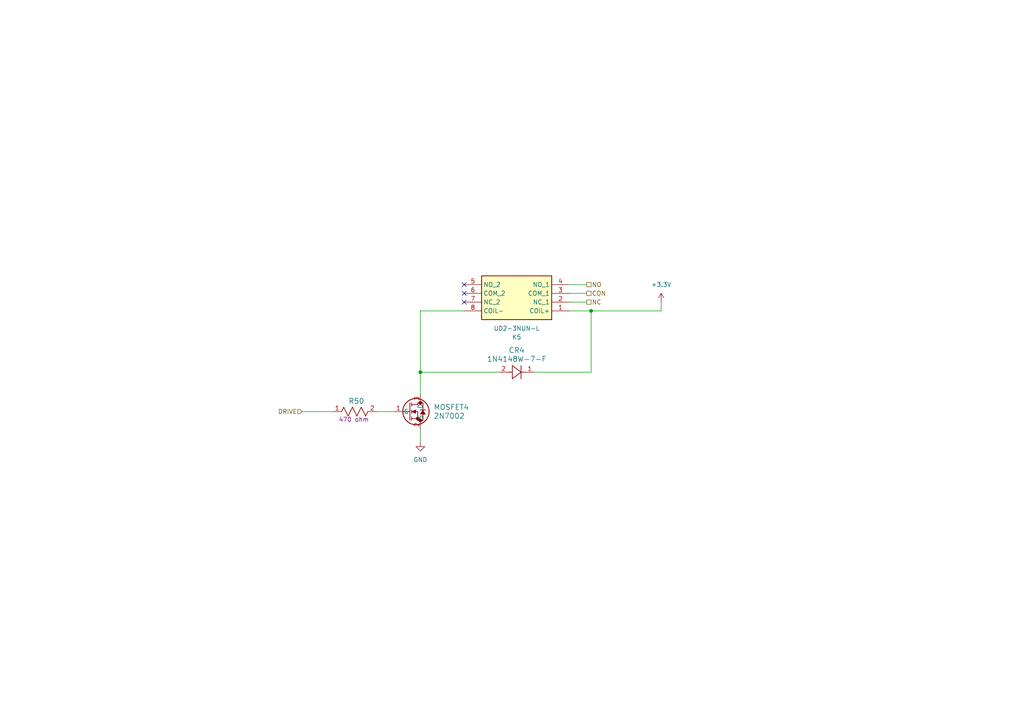
<source format=kicad_sch>
(kicad_sch (version 20250114) (generator "eeschema") (generator_version "9.0")
  (paper "A4")
  (lib_symbols
    (symbol "2025-04-05_21-56-13:RC0402FR-07820RL" (pin_names (offset 0.254))
      (property "Reference" "R" (at 5.715 3.81 0))
      (property "Value" "RC0402FR-07820RL" (at 6.35 -3.81 0))
      (symbol "RC0402FR-07820RL_1_1"
        (polyline (pts (xy 2.54 0) (xy 3.175 1.27)) (stroke (width 0.2032)))
        (polyline (pts (xy 3.175 1.27) (xy 4.445 -1.27)) (stroke (width 0.2032)))
        (polyline (pts (xy 4.445 -1.27) (xy 5.715 1.27)) (stroke (width 0.2032)))
        (polyline (pts (xy 5.715 1.27) (xy 6.985 -1.27)) (stroke (width 0.2032)))
        (polyline (pts (xy 6.985 -1.27) (xy 8.255 1.27)) (stroke (width 0.2032)))
        (polyline (pts (xy 8.255 1.27) (xy 9.525 -1.27)) (stroke (width 0.2032)))
        (polyline (pts (xy 9.525 -1.27) (xy 10.16 0)) (stroke (width 0.2032)))
        (pin unspecified line (at 0 0 0) (length 2.54) (name "") (number "1"))
        (pin unspecified line (at 12.7 0 180) (length 2.54) (name "") (number "2"))
      )
      (symbol "RC0402FR-07820RL_1_2"
        (polyline (pts (xy -1.27 8.255) (xy 1.27 9.525)) (stroke (width 0.2032)))
        (polyline (pts (xy -1.27 5.715) (xy 1.27 6.985)) (stroke (width 0.2032)))
        (polyline (pts (xy -1.27 3.175) (xy 1.27 4.445)) (stroke (width 0.2032)))
        (polyline (pts (xy 0 2.54) (xy -1.27 3.175)) (stroke (width 0.2032)))
        (polyline (pts (xy 1.27 9.525) (xy 0 10.16)) (stroke (width 0.2032)))
        (polyline (pts (xy 1.27 6.985) (xy -1.27 8.255)) (stroke (width 0.2032)))
        (polyline (pts (xy 1.27 4.445) (xy -1.27 5.715)) (stroke (width 0.2032)))
        (pin unspecified line (at 0 12.7 270) (length 2.54) (name "") (number "1"))
        (pin unspecified line (at 0 0 90) (length 2.54) (name "") (number "2"))
      )
    )
    (symbol "2025-06-22_15-52-55:2N7002" (pin_names (offset 0.254))
      (property "Reference" "MOSFET" (at 11.43 1.905 0))
      (property "Value" "2N7002" (at 11.43 -2.54 0))
      (symbol "2N7002_0_1"
        (polyline (pts (xy 2.54 0) (xy 4.445 0)) (stroke (width 0.2032)))
        (polyline (pts (xy 4.572 -2.54) (xy 4.572 2.54)) (stroke (width 0.2032)))
        (polyline (pts (xy 5.08 2.032) (xy 6.858 2.032)) (stroke (width 0.2032)))
        (polyline (pts (xy 5.08 1.524) (xy 5.08 2.54)) (stroke (width 0.2032)))
        (polyline (pts (xy 5.08 -0.508) (xy 5.08 0.508)) (stroke (width 0.2032)))
        (polyline (pts (xy 5.08 -2.032) (xy 6.858 -2.032)) (stroke (width 0.2032)))
        (polyline (pts (xy 5.08 -2.54) (xy 5.08 -1.524)) (stroke (width 0.2032)))
        (polyline (pts (xy 6.35 0.508) (xy 5.08 0) (xy 6.35 -0.508)) (fill (type outline)))
        (polyline (pts (xy 6.35 0) (xy 6.858 0)) (stroke (width 0.2032)))
        (circle (center 6.35 0) (radius 3.81) (stroke (width 0.254)))
        (polyline (pts (xy 6.858 2.54) (xy 8.382 2.54)) (stroke (width 0.2032)))
        (polyline (pts (xy 6.858 2.032) (xy 6.858 2.54)) (stroke (width 0.2032)))
        (circle (center 6.858 -2.032) (radius 0.0254) (stroke (width 0.508)))
        (polyline (pts (xy 6.858 -2.54) (xy 6.858 0)) (stroke (width 0.2032)))
        (polyline (pts (xy 6.858 -2.54) (xy 8.382 -2.54)) (stroke (width 0.2032)))
        (circle (center 7.62 2.54) (radius 0.0254) (stroke (width 0.508)))
        (circle (center 7.62 -2.54) (radius 0.0254) (stroke (width 0.508)))
        (polyline (pts (xy 8.382 0.508) (xy 8.382 2.54)) (stroke (width 0.2032)))
        (polyline (pts (xy 8.382 -2.54) (xy 8.382 -0.762)) (stroke (width 0.2032)))
        (polyline (pts (xy 9.144 0.508) (xy 7.62 0.508)) (stroke (width 0.2032)))
        (polyline (pts (xy 9.144 -0.762) (xy 7.62 -0.762) (xy 8.382 0.508)) (fill (type outline)))
        (pin unspecified line (at 0 0 0) (length 2.54) (name "G") (number "1"))
        (pin unspecified line (at 7.62 5.08 270) (length 2.54) (name "D") (number "3"))
        (pin unspecified line (at 7.62 -5.08 90) (length 2.54) (name "S") (number "2"))
      )
    )
    (symbol "2025-06-22_15-58-35:1N4148W-7-F" (pin_names (offset 0.254))
      (property "Reference" "CR" (at 5.08 4.445 0))
      (property "Value" "1N4148W-7-F" (at 5.08 -3.81 0))
      (symbol "1N4148W-7-F_1_1"
        (polyline (pts (xy 2.54 0) (xy 3.4798 0)) (stroke (width 0.2032)))
        (polyline (pts (xy 3.175 0) (xy 3.81 0)) (stroke (width 0.2032)))
        (polyline (pts (xy 3.81 1.905) (xy 3.81 -1.905)) (stroke (width 0.2032)))
        (polyline (pts (xy 3.81 -1.905) (xy 6.35 0)) (stroke (width 0.2032)))
        (polyline (pts (xy 6.35 0) (xy 3.81 1.905)) (stroke (width 0.2032)))
        (polyline (pts (xy 6.35 0) (xy 7.62 0)) (stroke (width 0.2032)))
        (polyline (pts (xy 6.35 -1.905) (xy 6.35 1.905)) (stroke (width 0.2032)))
        (pin unspecified line (at 0 0 0) (length 2.54) (name "") (number "2"))
        (pin unspecified line (at 10.16 0 180) (length 2.54) (name "") (number "1"))
      )
      (symbol "1N4148W-7-F_1_2"
        (polyline (pts (xy -1.905 3.81) (xy 1.905 3.81)) (stroke (width 0.2032)))
        (polyline (pts (xy 0 6.35) (xy -1.905 3.81)) (stroke (width 0.2032)))
        (polyline (pts (xy 0 6.35) (xy 0 7.62)) (stroke (width 0.2032)))
        (polyline (pts (xy 0 3.175) (xy 0 3.81)) (stroke (width 0.2032)))
        (polyline (pts (xy 0 2.54) (xy 0 3.4798)) (stroke (width 0.2032)))
        (polyline (pts (xy 1.905 6.35) (xy -1.905 6.35)) (stroke (width 0.2032)))
        (polyline (pts (xy 1.905 3.81) (xy 0 6.35)) (stroke (width 0.2032)))
        (pin unspecified line (at 0 10.16 270) (length 2.54) (name "") (number "1"))
        (pin unspecified line (at 0 0 90) (length 2.54) (name "") (number "2"))
      )
    )
    (symbol "UD2-3NUN-L:UD2-3NUN-L"
      (property "Reference" "K" (at 26.67 7.62 0))
      (property "Value" "UD2-3NUN-L" (at 26.67 5.08 0))
      (symbol "UD2-3NUN-L_1_1"
        (rectangle (start 5.08 2.54) (end 25.4 -10.16) (stroke (width 0.254)) (fill (type background)))
        (pin passive line (at 0 0 0) (length 5.08) (name "COIL+") (number "1"))
        (pin passive line (at 0 -2.54 0) (length 5.08) (name "NC_1") (number "2"))
        (pin passive line (at 0 -5.08 0) (length 5.08) (name "COM_1") (number "3"))
        (pin passive line (at 0 -7.62 0) (length 5.08) (name "NO_1") (number "4"))
        (pin passive line (at 30.48 0 180) (length 5.08) (name "COIL-") (number "8"))
        (pin passive line (at 30.48 -2.54 180) (length 5.08) (name "NC_2") (number "7"))
        (pin passive line (at 30.48 -5.08 180) (length 5.08) (name "COM_2") (number "6"))
        (pin passive line (at 30.48 -7.62 180) (length 5.08) (name "NO_2") (number "5"))
      )
    )
    (symbol "power:+3.3V" (power) (pin_numbers (hide yes)) (pin_names (offset 0) (hide yes))
      (property "Value" "+3.3V" (at 0 3.556 0))
      (symbol "+3.3V_0_1"
        (polyline (pts (xy -0.762 1.27) (xy 0 2.54)))
        (polyline (pts (xy 0 2.54) (xy 0.762 1.27)))
        (polyline (pts (xy 0 0) (xy 0 2.54)))
      )
      (symbol "+3.3V_1_1"
        (pin power_in line (at 0 0 90) (length 0) (name "~") (number "1"))
      )
    )
    (symbol "power:GND" (power) (pin_numbers (hide yes)) (pin_names (offset 0) (hide yes))
      (property "Value" "GND" (at 0 -3.81 0))
      (symbol "GND_0_1"
        (polyline (pts (xy 0 0) (xy 0 -1.27) (xy 1.27 -1.27) (xy 0 -2.54) (xy -1.27 -1.27) (xy 0 -1.27)))
      )
      (symbol "GND_1_1"
        (pin power_in line (at 0 0 270) (length 0) (name "~") (number "1"))
      )
    )
  )
  (junction (at 121.92 107.95))
  (junction (at 171.45 90.17))
  (no_connect (at 134.62 82.55))
  (no_connect (at 134.62 87.63))
  (no_connect (at 134.62 85.09))
  (wire (pts (xy 144.78 107.95) (xy 121.92 107.95)))
  (wire (pts (xy 121.92 90.17) (xy 134.62 90.17)))
  (wire (pts (xy 165.1 85.09) (xy 170.18 85.09)))
  (wire (pts (xy 121.92 124.46) (xy 121.92 128.27)))
  (wire (pts (xy 121.92 107.95) (xy 121.92 114.3)))
  (wire (pts (xy 121.92 90.17) (xy 121.92 107.95)))
  (wire (pts (xy 165.1 87.63) (xy 170.18 87.63)))
  (wire (pts (xy 191.77 87.63) (xy 191.77 90.17)))
  (wire (pts (xy 87.63 119.38) (xy 96.52 119.38)))
  (wire (pts (xy 191.77 90.17) (xy 171.45 90.17)))
  (wire (pts (xy 171.45 107.95) (xy 171.45 90.17)))
  (wire (pts (xy 165.1 82.55) (xy 170.18 82.55)))
  (wire (pts (xy 154.94 107.95) (xy 171.45 107.95)))
  (wire (pts (xy 109.22 119.38) (xy 114.3 119.38)))
  (wire (pts (xy 171.45 90.17) (xy 165.1 90.17)))
  (hierarchical_label "NC" (shape passive) (at 170.18 87.63 0))
  (hierarchical_label "DRIVE" (shape input) (at 87.63 119.38 180))
  (hierarchical_label "NO" (shape passive) (at 170.18 82.55 0))
  (hierarchical_label "CON" (shape passive) (at 170.18 85.09 0))
  (symbol (lib_id "2025-06-22_15-52-55:2N7002") (at 114.3 119.38 0) (unit 1)
    (property "Reference" "MOSFET?" (at 125.73 118.1099 0) (effects (font (size 1.524 1.524)) (justify left)))
    (property "Value" "2N7002" (at 125.73 120.6499 0) (effects (font (size 1.524 1.524)) (justify left)))
    (property "Footprint" "SOT-23TO-236_318-08_ONS" (effects (hide yes)))
    (property "Datasheet" "2N7002" (effects (hide yes)))
    (instances (project "ThermSupport" (path "" (reference "MOSFET4") (unit 1)) (path "" (reference "MOSFET3") (unit 1)) (path "" (reference "MOSFET?") (unit 1)) (path "" (reference "MOSFET5") (unit 1)) (path "" (reference "MOSFET2") (unit 1)) (path "" (reference "MOSFET6") (unit 1))))
  )
  (symbol (lib_id "UD2-3NUN-L:UD2-3NUN-L") (at 165.1 90.17 180) (unit 1)
    (property "Reference" "K?" (at 149.86 97.79 0))
    (property "Value" "UD2-3NUN-L" (at 149.86 95.25 0))
    (property "Footprint" "UD23NUNL" (effects (hide yes)))
    (property "Datasheet" "https://content.kemet.com/datasheets/KEM_R7005_UC2_UD2.pdf" (effects (hide yes)))
    (property "Description" "KEMET, UD2, Relays, Signal, 3 V, 220 V, 250 VAC, 1 A, 100 mOhms, 1 GOhms, 10.6mm, 6.5mm, 6mm" (effects (hide yes)))
    (property "Height" "6" (effects (hide yes)))
    (property "Mouser Part Number" "80-UD2-3NUN-L" (effects (hide yes)))
    (property "Mouser Price/Stock" "https://www.mouser.co.uk/ProductDetail/KEMET/UD2-3NUN-L?qs=Mg2Do3ryY8vvp%2Ff1QhaKig%3D%3D" (effects (hide yes)))
    (property "Manufacturer_Name" "KEMET" (effects (hide yes)))
    (property "Manufacturer_Part_Number" "UD2-3NUN-L" (effects (hide yes)))
    (instances (project "ThermSupport" (path "" (reference "K5") (unit 1)) (path "" (reference "K4") (unit 1)) (path "" (reference "K?") (unit 1)) (path "" (reference "K6") (unit 1)) (path "" (reference "K3") (unit 1)) (path "" (reference "K7") (unit 1))))
  )
  (symbol (lib_id "power:+3.3V") (at 191.77 87.63 0) (unit 1)
    (property "Reference" "#PWR?" (effects (hide yes)))
    (property "Value" "+3.3V" (at 191.77 82.55 0))
    (property "Description" "Power symbol creates a global label with name \"+3.3V\"" (effects (hide yes)))
    (instances (project "ThermSupport" (path "" (reference "#PWR046") (unit 1)) (path "" (reference "#PWR044") (unit 1)) (path "" (reference "#PWR?") (unit 1)) (path "" (reference "#PWR048") (unit 1)) (path "" (reference "#PWR042") (unit 1)) (path "" (reference "#PWR050") (unit 1))))
  )
  (symbol (lib_id "2025-06-22_15-58-35:1N4148W-7-F") (at 144.78 107.95 0) (unit 1)
    (property "Reference" "CR?" (at 149.86 101.6 0) (effects (font (size 1.524 1.524))))
    (property "Value" "1N4148W-7-F" (at 149.86 104.14 0) (effects (font (size 1.524 1.524))))
    (property "Footprint" "SOD123_DIO" (effects (hide yes)))
    (property "Datasheet" "1N4148W-7-F" (effects (hide yes)))
    (instances (project "ThermSupport" (path "" (reference "CR4") (unit 1)) (path "" (reference "CR3") (unit 1)) (path "" (reference "CR?") (unit 1)) (path "" (reference "CR5") (unit 1)) (path "" (reference "CR2") (unit 1)) (path "" (reference "CR6") (unit 1))))
  )
  (symbol (lib_id "power:GND") (at 121.92 128.27 0) (unit 1)
    (property "Reference" "#PWR?" (effects (hide yes)))
    (property "Value" "GND" (at 121.92 133.35 0))
    (property "Description" "Power symbol creates a global label with name \"GND\" , ground" (effects (hide yes)))
    (instances (project "ThermSupport" (path "" (reference "#PWR045") (unit 1)) (path "" (reference "#PWR043") (unit 1)) (path "" (reference "#PWR?") (unit 1)) (path "" (reference "#PWR047") (unit 1)) (path "" (reference "#PWR041") (unit 1)) (path "" (reference "#PWR049") (unit 1))))
  )
  (symbol (lib_id "2025-04-05_21-56-13:RC0402FR-07820RL") (at 96.52 119.38 0) (unit 1)
    (property "Reference" "R47" (at 103.378 116.332 0) (effects (font (size 1.524 1.524))))
    (property "Value" "RC0402FR-07470RL" (effects (hide yes)))
    (property "Footprint" "YAG_R0402_YAG" (effects (hide yes)))
    (property "Datasheet" "RC0402FR-07470RL" (effects (hide yes)))
    (property "Description" "470 ohm" (at 102.616 121.666 0))
    (instances (project "ThermSupport" (path "" (reference "R50") (unit 1)) (path "" (reference "R49") (unit 1)) (path "" (reference "R47") (unit 1)) (path "" (reference "R51") (unit 1)) (path "" (reference "R48") (unit 1)) (path "" (reference "R52") (unit 1))))
  )
)
</source>
